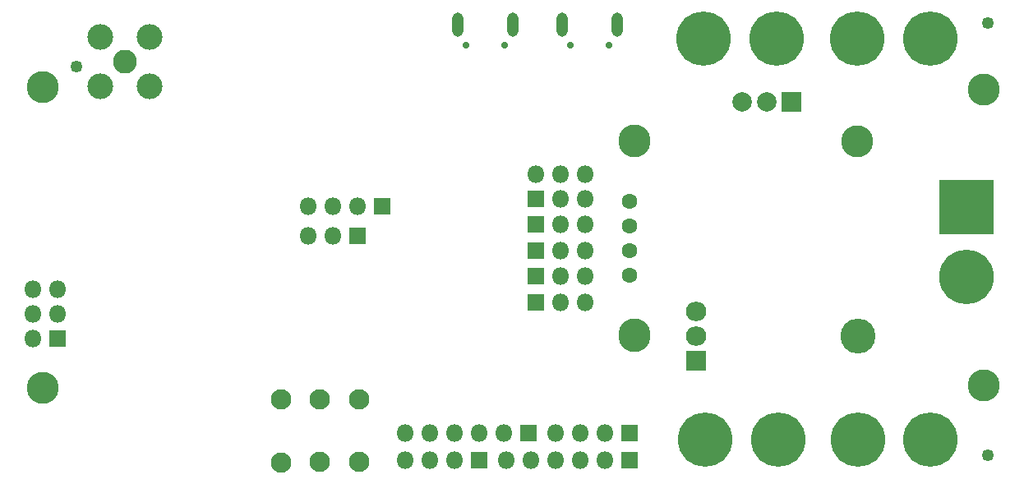
<source format=gbs>
G04 #@! TF.GenerationSoftware,KiCad,Pcbnew,(5.1.6)-1*
G04 #@! TF.CreationDate,2022-01-03T12:19:35+01:00*
G04 #@! TF.ProjectId,CURSO_PCB_DRONE,43555253-4f5f-4504-9342-5f44524f4e45,rev?*
G04 #@! TF.SameCoordinates,Original*
G04 #@! TF.FileFunction,Soldermask,Bot*
G04 #@! TF.FilePolarity,Negative*
%FSLAX46Y46*%
G04 Gerber Fmt 4.6, Leading zero omitted, Abs format (unit mm)*
G04 Created by KiCad (PCBNEW (5.1.6)-1) date 2022-01-03 12:19:35*
%MOMM*%
%LPD*%
G01*
G04 APERTURE LIST*
%ADD10C,3.300000*%
%ADD11C,1.252000*%
%ADD12O,1.800000X1.800000*%
%ADD13R,1.800000X1.800000*%
%ADD14C,0.700000*%
%ADD15O,1.200000X2.500000*%
%ADD16C,5.600000*%
%ADD17C,1.600000*%
%ADD18C,2.462200*%
%ADD19C,2.652700*%
%ADD20C,5.616000*%
%ADD21R,5.616000X5.616000*%
%ADD22C,2.100000*%
%ADD23C,2.000000*%
%ADD24R,2.000000X2.000000*%
%ADD25O,2.100000X2.005000*%
%ADD26R,2.100000X2.005000*%
%ADD27O,3.600000X3.600000*%
G04 APERTURE END LIST*
D10*
X143408820Y-99284860D03*
X143408820Y-79284860D03*
X179416820Y-104534860D03*
X179416820Y-74034860D03*
X82408820Y-73784860D03*
X82408820Y-104784860D03*
D11*
X179806600Y-67144900D03*
D12*
X109792520Y-86063400D03*
X112332520Y-86063400D03*
X114872520Y-86063400D03*
D13*
X117412520Y-86063400D03*
D11*
X85864700Y-71615300D03*
X179816760Y-111650780D03*
D14*
X136780000Y-69410000D03*
X140780000Y-69410000D03*
D15*
X135955000Y-67310000D03*
X141605000Y-67310000D03*
X130845000Y-67360000D03*
X125195000Y-67360000D03*
D14*
X130020000Y-69460000D03*
X126020000Y-69460000D03*
D16*
X150703280Y-110058200D03*
X150510240Y-68742560D03*
X166400480Y-110042960D03*
X166364920Y-68737480D03*
X173868080Y-68722240D03*
X173908720Y-110058200D03*
X158190000Y-110040000D03*
X158020000Y-68750000D03*
D12*
X81445100Y-94576900D03*
X83985100Y-94576900D03*
X81445100Y-97116900D03*
X83985100Y-97116900D03*
X81445100Y-99656900D03*
D13*
X83985100Y-99656900D03*
D17*
X142860000Y-93190000D03*
X142860000Y-90650000D03*
X142860000Y-88110000D03*
X142860000Y-85570000D03*
D10*
X143360000Y-99380000D03*
X143360000Y-79380000D03*
X166360000Y-79380000D03*
X166360000Y-99380000D03*
D13*
X114886740Y-89042240D03*
D12*
X112346740Y-89042240D03*
X109806740Y-89042240D03*
X119793100Y-109388240D03*
X122333100Y-109388240D03*
X124873100Y-109388240D03*
X127413100Y-109388240D03*
X129953100Y-109388240D03*
D13*
X132493100Y-109388240D03*
X133256020Y-87924640D03*
D12*
X135796020Y-87924640D03*
X138336020Y-87924640D03*
D13*
X133256020Y-93243400D03*
D12*
X135796020Y-93243400D03*
X138336020Y-93243400D03*
X119778780Y-112171480D03*
X122318780Y-112171480D03*
X124858780Y-112171480D03*
D13*
X127398780Y-112171480D03*
D12*
X138341100Y-90586560D03*
X135801100Y-90586560D03*
D13*
X133261100Y-90586560D03*
D12*
X138330940Y-95905320D03*
X135790940Y-95905320D03*
D13*
X133250940Y-95905320D03*
D18*
X90880000Y-71170000D03*
D19*
X93420000Y-68630000D03*
X88340000Y-68630000D03*
X88340000Y-73710000D03*
X93420000Y-73710000D03*
D20*
X177620000Y-93290000D03*
D21*
X177620000Y-86090000D03*
D22*
X110985300Y-105906500D03*
X110985300Y-112406500D03*
X106982260Y-112414120D03*
X106982260Y-105914120D03*
X115011200Y-105893800D03*
X115011200Y-112393800D03*
D23*
X154524700Y-75285600D03*
X157024700Y-75285600D03*
D24*
X159524700Y-75285600D03*
D25*
X149730000Y-96860000D03*
X149730000Y-99400000D03*
D26*
X149730000Y-101940000D03*
D27*
X166390000Y-99400000D03*
D13*
X133271260Y-85257640D03*
D12*
X133271260Y-82717640D03*
X135811260Y-85257640D03*
X135811260Y-82717640D03*
X138351260Y-85257640D03*
X138351260Y-82717640D03*
D13*
X142867380Y-112161320D03*
D12*
X140327380Y-112161320D03*
X137787380Y-112161320D03*
X135247380Y-112161320D03*
X132707380Y-112161320D03*
X130167380Y-112161320D03*
D13*
X142887700Y-109392720D03*
D12*
X140347700Y-109392720D03*
X137807700Y-109392720D03*
X135267700Y-109392720D03*
M02*

</source>
